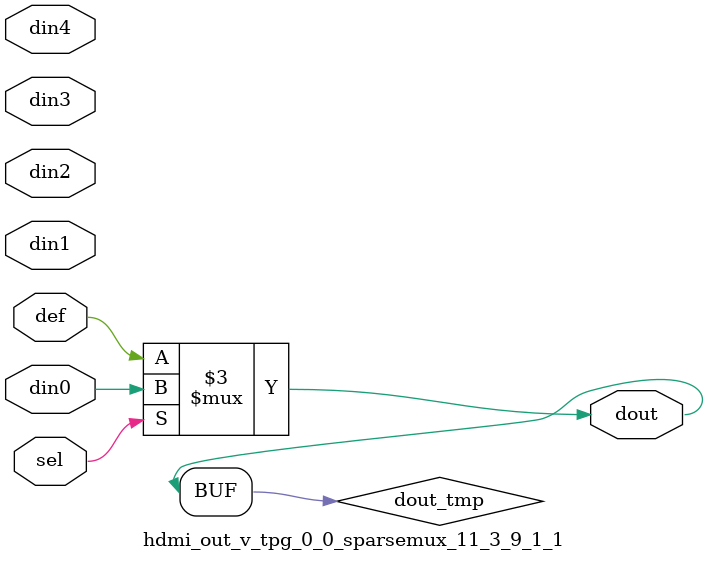
<source format=v>
`timescale 1ns / 1ps

module hdmi_out_v_tpg_0_0_sparsemux_11_3_9_1_1 (din0,din1,din2,din3,din4,def,sel,dout);

parameter din0_WIDTH = 1;

parameter din1_WIDTH = 1;

parameter din2_WIDTH = 1;

parameter din3_WIDTH = 1;

parameter din4_WIDTH = 1;

parameter def_WIDTH = 1;
parameter sel_WIDTH = 1;
parameter dout_WIDTH = 1;

parameter [sel_WIDTH-1:0] CASE0 = 1;

parameter [sel_WIDTH-1:0] CASE1 = 1;

parameter [sel_WIDTH-1:0] CASE2 = 1;

parameter [sel_WIDTH-1:0] CASE3 = 1;

parameter [sel_WIDTH-1:0] CASE4 = 1;

parameter ID = 1;
parameter NUM_STAGE = 1;



input [din0_WIDTH-1:0] din0;

input [din1_WIDTH-1:0] din1;

input [din2_WIDTH-1:0] din2;

input [din3_WIDTH-1:0] din3;

input [din4_WIDTH-1:0] din4;

input [def_WIDTH-1:0] def;
input [sel_WIDTH-1:0] sel;

output [dout_WIDTH-1:0] dout;



reg [dout_WIDTH-1:0] dout_tmp;

always @ (*) begin
case (sel)
    
    CASE0 : dout_tmp = din0;
    
    CASE1 : dout_tmp = din1;
    
    CASE2 : dout_tmp = din2;
    
    CASE3 : dout_tmp = din3;
    
    CASE4 : dout_tmp = din4;
    
    default : dout_tmp = def;
endcase
end


assign dout = dout_tmp;



endmodule

</source>
